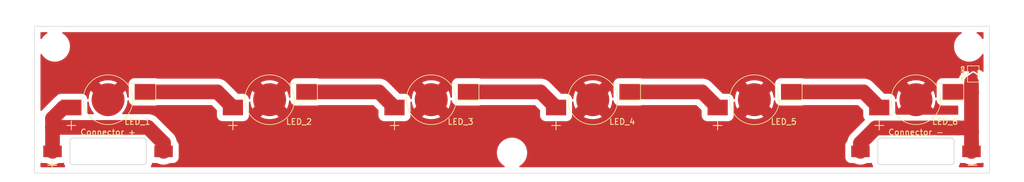
<source format=kicad_pcb>
(kicad_pcb (version 20211014) (generator pcbnew)
  (layers (0 "F.Cu" signal) (31 "B.Cu" signal) (34 "B.Paste" user) (35 "F.Paste" user) (36 "B.SilkS" user "B.Silkscreen") (37 "F.SilkS" user "F.Silkscreen") (38 "B.Mask" user) (39 "F.Mask" user) (44 "Edge.Cuts" user))
  (net 0 "")
  (net 1 "Net-(D1-Pad1)")
  (net 2 "VDD")
  (net 3 "Net-(D2-Pad1)")
  (net 4 "Net-(D3-Pad1)")
  (net 5 "Net-(D4-Pad1)")
  (net 6 "Net-(D5-Pad1)")
  (net 7 "GND")
  (net 8 "GND1")
  (footprint "MountingHole:MountingHole_3.2mm_M3" (layer "F.Cu") (at 62.555 85.415)
    (fp_text reference "REF**" hide)
    (fp_text value "MountingHole_3.2mm_M3")
    (pad "" np_thru_hole circle (at 0 0) (size 3.2 3.2) (drill 3.2) (layers *.Cu *.Mask))
    (pad "" np_thru_hole circle (at 0 0) (size 3.2 3.2) (drill 3.2) (layers *.Cu *.Mask))
  )
  (footprint "LED_SMD2:LED_1W_3W_R8" (layer "F.Cu") (at 211.455 94.615 180)
    (fp_text reference "LED_6" (at -5.045 -3.81) (layer "F.SilkS"))
    (fp_text value "LED")
    (fp_line (start -4.445 -0.127) (end -8.255 -0.127) (layer "F.SilkS") (width 0.12))
    (fp_line (start -8.255 2.794) (end -3.429 2.794) (layer "F.SilkS") (width 0.12))
    (fp_line (start -8.255 -0.127) (end -8.255 2.794) (layer "F.SilkS") (width 0.12))
    (fp_circle (center 0 0) (end -4.3 0) (layer "F.SilkS") (width 0.12) (fill none))
    (pad "1" smd rect locked (at -6.35 1.35 180) (size 3.5 2.7) (layers "F.Cu" "F.Paste" "F.Mask") (net 7 "GND"))
    (pad "2" smd rect locked (at 6.35 -1.35 180) (size 3.5 2.7) (layers "F.Cu" "F.Paste" "F.Mask") (net 6 "Net-(D5-Pad1)"))
    (pad "3" smd circle locked (at 0 0 180) (size 5.7 5.7) (layers "F.Cu" "F.Paste" "F.Mask") (net 8 "GND1"))
  )
  (footprint "LED_SMD2:LED_1W_3W_R8" (layer "F.Cu") (at 183.515 94.615 180)
    (fp_text reference "LED_5" (at -5.08 -3.81) (layer "F.SilkS"))
    (fp_text value "LED")
    (fp_line (start -8.255 -0.127) (end -8.255 2.794) (layer "F.SilkS") (width 0.12))
    (fp_line (start -8.255 2.794) (end -3.429 2.794) (layer "F.SilkS") (width 0.12))
    (fp_line (start -4.445 -0.127) (end -8.255 -0.127) (layer "F.SilkS") (width 0.12))
    (fp_circle (center 0 0) (end -4.3 0) (layer "F.SilkS") (width 0.12) (fill none))
    (pad "1" smd rect locked (at -6.35 1.35 180) (size 3.5 2.7) (layers "F.Cu" "F.Paste" "F.Mask") (net 6 "Net-(D5-Pad1)"))
    (pad "2" smd rect locked (at 6.35 -1.35 180) (size 3.5 2.7) (layers "F.Cu" "F.Paste" "F.Mask") (net 5 "Net-(D4-Pad1)"))
    (pad "3" smd circle locked (at 0 0 180) (size 5.7 5.7) (layers "F.Cu" "F.Paste" "F.Mask") (net 8 "GND1"))
  )
  (footprint "LED_SMD2:LED_1W_3W_R8" (layer "F.Cu") (at 155.575 94.615 180)
    (fp_text reference "LED_4" (at -5.08 -3.81) (layer "F.SilkS"))
    (fp_text value "LED")
    (fp_line (start -8.255 -0.127) (end -8.255 2.794) (layer "F.SilkS") (width 0.12))
    (fp_line (start -4.445 -0.127) (end -8.255 -0.127) (layer "F.SilkS") (width 0.12))
    (fp_line (start -8.255 2.794) (end -3.429 2.794) (layer "F.SilkS") (width 0.12))
    (fp_circle (center 0 0) (end -4.3 0) (layer "F.SilkS") (width 0.12) (fill none))
    (pad "1" smd rect locked (at -6.35 1.35 180) (size 3.5 2.7) (layers "F.Cu" "F.Paste" "F.Mask") (net 5 "Net-(D4-Pad1)"))
    (pad "2" smd rect locked (at 6.35 -1.35 180) (size 3.5 2.7) (layers "F.Cu" "F.Paste" "F.Mask") (net 4 "Net-(D3-Pad1)"))
    (pad "3" smd circle locked (at 0 0 180) (size 5.7 5.7) (layers "F.Cu" "F.Paste" "F.Mask") (net 8 "GND1"))
  )
  (footprint "LED_SMD2:LED_1W_3W_R8" (layer "F.Cu") (at 99.695 94.615 180)
    (fp_text reference "LED_2" (at -5.08 -3.81) (layer "F.SilkS"))
    (fp_text value "LED")
    (fp_line (start -8.255 2.794) (end -3.429 2.794) (layer "F.SilkS") (width 0.12))
    (fp_line (start -8.255 -0.127) (end -8.255 2.794) (layer "F.SilkS") (width 0.12))
    (fp_line (start -4.445 -0.127) (end -8.255 -0.127) (layer "F.SilkS") (width 0.12))
    (fp_circle (center 0 0) (end -4.3 0) (layer "F.SilkS") (width 0.12) (fill none))
    (pad "1" smd rect locked (at -6.35 1.35 180) (size 3.5 2.7) (layers "F.Cu" "F.Paste" "F.Mask") (net 3 "Net-(D2-Pad1)"))
    (pad "2" smd rect locked (at 6.35 -1.35 180) (size 3.5 2.7) (layers "F.Cu" "F.Paste" "F.Mask") (net 1 "Net-(D1-Pad1)"))
    (pad "3" smd circle locked (at 0 0 180) (size 5.7 5.7) (layers "F.Cu" "F.Paste" "F.Mask") (net 8 "GND1"))
  )
  (footprint "MountingHole:MountingHole_3.2mm_M3" (layer "F.Cu") (at 220.655 85.415)
    (fp_text reference "REF**" hide)
    (fp_text value "MountingHole_3.2mm_M3")
    (pad "" np_thru_hole circle locked (at 0 0) (size 3.2 3.2) (drill 3.2) (layers *.Cu *.Mask))
    (pad "" np_thru_hole circle locked (at 0 0) (size 3.2 3.2) (drill 3.2) (layers *.Cu *.Mask))
  )
  (footprint "Jumper:SolderJumper-2_P1.3mm_Open_TrianglePad1.0x1.5mm" (layer "F.Cu") (at 221.361 90.17 90)
    (fp_text reference "JP_GND" (at 0 -1.8 90) (layer "F.SilkS") (effects (font (size 0.5 0.5) (thickness 0.125))))
    (fp_text value "Jumper_2_Open")
    (fp_line (start -1.4 -1) (end 1.4 -1) (layer "F.SilkS") (width 0.12))
    (fp_line (start 1.4 1) (end -1.4 1) (layer "F.SilkS") (width 0.12))
    (fp_line (start -1.4 1) (end -1.4 -1) (layer "F.SilkS") (width 0.12))
    (fp_line (start 1.4 -1) (end 1.4 1) (layer "F.SilkS") (width 0.12))
    (pad "1" smd custom (at -0.725 0 90) (size 0.3 0.3) (layers "F.Cu" "F.Mask") (net 7 "GND") (options (clearance outline) (anchor rect)) (primitives (gr_poly (pts (xy 1 0) (xy 0.5 0.75) (xy -0.5 0.75) (xy -0.5 -0.75) (xy 0.5 -0.75)) (width 0) (fill yes))))
    (pad "2" smd custom (at 0.725 0 90) (size 0.3 0.3) (layers "F.Cu" "F.Mask") (net 8 "GND1") (options (clearance outline) (anchor rect)) (primitives (gr_poly (pts (xy 0.5 0.75) (xy -0.65 0.75) (xy -0.15 0) (xy -0.65 -0.75) (xy 0.5 -0.75)) (width 0) (fill yes))))
  )
  (footprint "LED_SMD2:LED_1W_3W_R8" (layer "F.Cu") (at 127.635 94.615 180)
    (fp_text reference "LED_3" (at -5.08 -3.81) (layer "F.SilkS"))
    (fp_text value "LED")
    (fp_line (start -8.255 2.794) (end -3.429 2.794) (layer "F.SilkS") (width 0.12))
    (fp_line (start -4.445 -0.127) (end -8.255 -0.127) (layer "F.SilkS") (width 0.12))
    (fp_line (start -8.255 -0.127) (end -8.255 2.794) (layer "F.SilkS") (width 0.12))
    (fp_circle (center 0 0) (end -4.3 0) (layer "F.SilkS") (width 0.12) (fill none))
    (pad "1" smd rect locked (at -6.35 1.35 180) (size 3.5 2.7) (layers "F.Cu" "F.Paste" "F.Mask") (net 4 "Net-(D3-Pad1)"))
    (pad "2" smd rect locked (at 6.35 -1.35 180) (size 3.5 2.7) (layers "F.Cu" "F.Paste" "F.Mask") (net 3 "Net-(D2-Pad1)"))
    (pad "3" smd circle locked (at 0 0 180) (size 5.7 5.7) (layers "F.Cu" "F.Paste" "F.Mask") (net 8 "GND1"))
  )
  (footprint "Connecter(Library):BJB46111" (layer "F.Cu") (at 71.755 98.552)
    (fp_text reference "Connector_+" (at 0 1.698 unlocked) (layer "F.SilkS"))
    (fp_text value "Conn_01x01_Female")
    (fp_line (start -6.6 3.2) (end -6.6 6.8) (layer "Edge.Cuts") (width 0.12))
    (fp_line (start 6.6 6.8) (end 6.6 3.2) (layer "Edge.Cuts") (width 0.12))
    (fp_line (start -6.1 7.3) (end 6.1 7.3) (layer "Edge.Cuts") (width 0.12))
    (fp_line (start -6.1 2.7) (end 6.1 2.7) (layer "Edge.Cuts") (width 0.12))
    (fp_arc (start -6.1 7.3) (mid -6.453553 7.153553) (end -6.6 6.8) (layer "Edge.Cuts") (width 0.12))
    (fp_arc (start -6.6 3.2) (mid -6.453553 2.846447) (end -6.1 2.7) (layer "Edge.Cuts") (width 0.12))
    (fp_arc (start 6.6 6.8) (mid 6.453553 7.153553) (end 6.1 7.3) (layer "Edge.Cuts") (width 0.12))
    (fp_arc (start 6.1 2.7) (mid 6.453553 2.846447) (end 6.6 3.2) (layer "Edge.Cuts") (width 0.12))
    (pad "1" smd rect (at 9.6 5) (size 3.2 2) (layers "F.Cu" "F.Paste" "F.Mask") (net 2 "VDD"))
    (pad "1" smd rect (at -9.6 5) (size 3.2 2) (layers "F.Cu" "F.Paste" "F.Mask") (net 2 "VDD"))
  )
  (footprint "Connecter(Library):BJB46111" (layer "F.Cu") (at 211.455 98.552)
    (fp_text reference "Connector_-" (at 0 1.698 unlocked) (layer "F.SilkS"))
    (fp_text value "Conn_01x01_Female")
    (fp_line (start 6.6 6.8) (end 6.6 3.2) (layer "Edge.Cuts") (width 0.12))
    (fp_line (start -6.1 7.3) (end 6.1 7.3) (layer "Edge.Cuts") (width 0.12))
    (fp_line (start -6.1 2.7) (end 6.1 2.7) (layer "Edge.Cuts") (width 0.12))
    (fp_line (start -6.6 3.2) (end -6.6 6.8) (layer "Edge.Cuts") (width 0.12))
    (fp_arc (start 6.1 2.7) (mid 6.453553 2.846447) (end 6.6 3.2) (layer "Edge.Cuts") (width 0.12))
    (fp_arc (start 6.6 6.8) (mid 6.453553 7.153553) (end 6.1 7.3) (layer "Edge.Cuts") (width 0.12))
    (fp_arc (start -6.1 7.3) (mid -6.453553 7.153553) (end -6.6 6.8) (layer "Edge.Cuts") (width 0.12))
    (fp_arc (start -6.6 3.2) (mid -6.453553 2.846447) (end -6.1 2.7) (layer "Edge.Cuts") (width 0.12))
    (pad "1" smd rect (at 9.6 5) (size 3.2 2) (layers "F.Cu" "F.Paste" "F.Mask") (net 7 "GND"))
    (pad "1" smd rect (at -9.6 5) (size 3.2 2) (layers "F.Cu" "F.Paste" "F.Mask") (net 7 "GND"))
  )
  (footprint "MountingHole:MountingHole_3.2mm_M3" (layer "F.Cu") (at 141.605 103.8)
    (fp_text reference "REF**" hide)
    (fp_text value "MountingHole_3.2mm_M3")
    (pad "" np_thru_hole circle (at 0 0) (size 3.2 3.2) (drill 3.2) (layers *.Cu *.Mask))
    (pad "" np_thru_hole circle (at 0 0) (size 3.2 3.2) (drill 3.2) (layers *.Cu *.Mask))
  )
  (footprint "LED_SMD2:LED_1W_3W_R8" (layer "F.Cu") (at 71.755 94.615 180)
    (fp_text reference "LED_1" (at -5.08 -3.81) (layer "F.SilkS"))
    (fp_text value "LED")
    (fp_line (start -8.255 -0.127) (end -8.255 2.794) (layer "F.SilkS") (width 0.12))
    (fp_line (start -4.445 -0.127) (end -8.255 -0.127) (layer "F.SilkS") (width 0.12))
    (fp_line (start -8.255 2.794) (end -3.429 2.794) (layer "F.SilkS") (width 0.12))
    (fp_circle (center 0 0) (end -4.3 0) (layer "F.SilkS") (width 0.12) (fill none))
    (pad "1" smd rect locked (at -6.35 1.35 180) (size 3.5 2.7) (layers "F.Cu" "F.Paste" "F.Mask") (net 1 "Net-(D1-Pad1)"))
    (pad "2" smd rect locked (at 6.35 -1.35 180) (size 3.5 2.7) (layers "F.Cu" "F.Paste" "F.Mask") (net 2 "VDD"))
    (pad "3" smd circle locked (at 0 0 180) (size 5.7 5.7) (layers "F.Cu" "F.Paste" "F.Mask") (net 8 "GND1"))
  )
  (gr_line (start 224.155 107.315) (end 224.155 81.915) (layer "Edge.Cuts") (width 0.1))
  (gr_line (start 59.055 81.915) (end 59.055 107.315) (layer "Edge.Cuts") (width 0.1))
  (gr_line (start 59.055 107.315) (end 224.155 107.315) (layer "Edge.Cuts") (width 0.1))
  (gr_line (start 224.155 81.915) (end 59.055 81.915) (layer "Edge.Cuts") (width 0.1))
  (gr_text "+" (at 62.103 105.791) (layer "F.SilkS") (effects (font (size 2 2))))
  (gr_text "+" (at 177.165 98.915) (layer "F.SilkS") (effects (font (size 2 2))))
  (gr_text "-" (at 221.234 105.791) (layer "F.SilkS") (effects (font (size 2 2))))
  (gr_text "+" (at 205.105 98.915) (layer "F.SilkS") (effects (font (size 2 2))))
  (gr_text "+" (at 93.345 98.915) (layer "F.SilkS") (effects (font (size 2 2))))
  (gr_text "+" (at 121.285 98.915) (layer "F.SilkS") (effects (font (size 2 2))))
  (gr_text "+" (at 149.225 98.915) (layer "F.SilkS") (effects (font (size 2 2))))
  (gr_text "+" (at 65.405 98.915) (layer "F.SilkS") (effects (font (size 2 2))))
  (segment (start 78.105 93.265) (end 90.645 93.265) (width 2.54) (layer "F.Cu") (net 1))
  (segment (start 90.645 93.265) (end 93.345 95.965) (width 2.54) (layer "F.Cu") (net 1))
  (segment (start 81.355 102.105) (end 81.355 103.552) (width 2.54) (layer "F.Cu") (net 2))
  (segment (start 64.055 95.965) (end 62.155 97.865) (width 2.54) (layer "F.Cu") (net 2))
  (segment (start 65.405 95.965) (end 64.055 95.965) (width 2.54) (layer "F.Cu") (net 2))
  (segment (start 62.155 97.865) (end 62.155 99.405) (width 2.54) (layer "F.Cu") (net 2))
  (segment (start 62.155 99.405) (end 78.655 99.405) (width 2.54) (layer "F.Cu") (net 2))
  (segment (start 62.155 99.405) (end 62.155 103.552) (width 2.54) (layer "F.Cu") (net 2))
  (segment (start 78.655 99.405) (end 81.355 102.105) (width 2.54) (layer "F.Cu") (net 2))
  (segment (start 118.585 93.265) (end 121.285 95.965) (width 2.54) (layer "F.Cu") (net 3))
  (segment (start 106.045 93.265) (end 118.585 93.265) (width 2.54) (layer "F.Cu") (net 3))
  (segment (start 133.985 93.265) (end 146.525 93.265) (width 2.54) (layer "F.Cu") (net 4))
  (segment (start 146.525 93.265) (end 149.225 95.965) (width 2.54) (layer "F.Cu") (net 4))
  (segment (start 174.465 93.265) (end 177.165 95.965) (width 2.54) (layer "F.Cu") (net 5))
  (segment (start 161.925 93.265) (end 174.465 93.265) (width 2.54) (layer "F.Cu") (net 5))
  (segment (start 202.405 93.265) (end 205.105 95.965) (width 2.54) (layer "F.Cu") (net 6))
  (segment (start 189.865 93.265) (end 202.405 93.265) (width 2.54) (layer "F.Cu") (net 6))
  (segment (start 218.75 99.5) (end 204.5 99.5) (width 2.54) (layer "F.Cu") (net 7))
  (segment (start 201.855 103.552) (end 201.855 102.895) (width 1.5) (layer "F.Cu") (net 7))
  (segment (start 204.5 99.5) (end 201.855 102.145) (width 2.54) (layer "F.Cu") (net 7))
  (segment (start 221.055 100.195) (end 221.055 93.445) (width 2.54) (layer "F.Cu") (net 7))
  (segment (start 221.055 91.625) (end 221.055 93.265) (width 2.54) (layer "F.Cu") (net 7))
  (segment (start 220.36 99.5) (end 221.055 100.195) (width 2.54) (layer "F.Cu") (net 7))
  (segment (start 221.055 103.552) (end 221.055 100.195) (width 2.54) (layer "F.Cu") (net 7))
  (segment (start 201.855 102.145) (end 201.855 103.552) (width 2.54) (layer "F.Cu") (net 7))
  (segment (start 217.805 93.265) (end 220.875 93.265) (width 2.54) (layer "F.Cu") (net 7))
  (segment (start 218.75 99.5) (end 220.36 99.5) (width 2.54) (layer "F.Cu") (net 7))
  (segment (start 220.875 93.265) (end 221.055 93.445) (width 2.54) (layer "F.Cu") (net 7))
  (segment (start 221.055 103.552) (end 221.055 101.805) (width 2.54) (layer "F.Cu") (net 7))
  (segment (start 221.361 89.445) (end 217.945 89.445) (width 0.5) (layer "F.Cu") (net 8))
  (segment (start 221.556 89.25) (end 221.361 89.445) (width 0.5) (layer "F.Cu") (net 8))
  (segment (start 222.75 89) (end 218 89) (width 0.5) (layer "F.Cu") (net 8))
  (segment (start 217.945 89.445) (end 217.75 89.25) (width 0.5) (layer "F.Cu") (net 8))
  (segment (start 218 89) (end 217.75 89.25) (width 0.5) (layer "F.Cu") (net 8))
  (segment (start 222.75 89.25) (end 221.556 89.25) (width 0.5) (layer "F.Cu") (net 8))
  (zone (net 8) (net_name "GND1") (layer "F.Cu") (connect_pads (clearance 1.016)) (min_thickness 0.254) (fill yes (thermal_gap 0.508) (thermal_bridge_width 2) (island_removal_mode 1) (island_area_min 0))
    (polygon (pts (xy 224.155 107.315) (xy 59.055 107.315) (xy 59.055 81.915) (xy 224.155 81.915)))
  )
)
</source>
